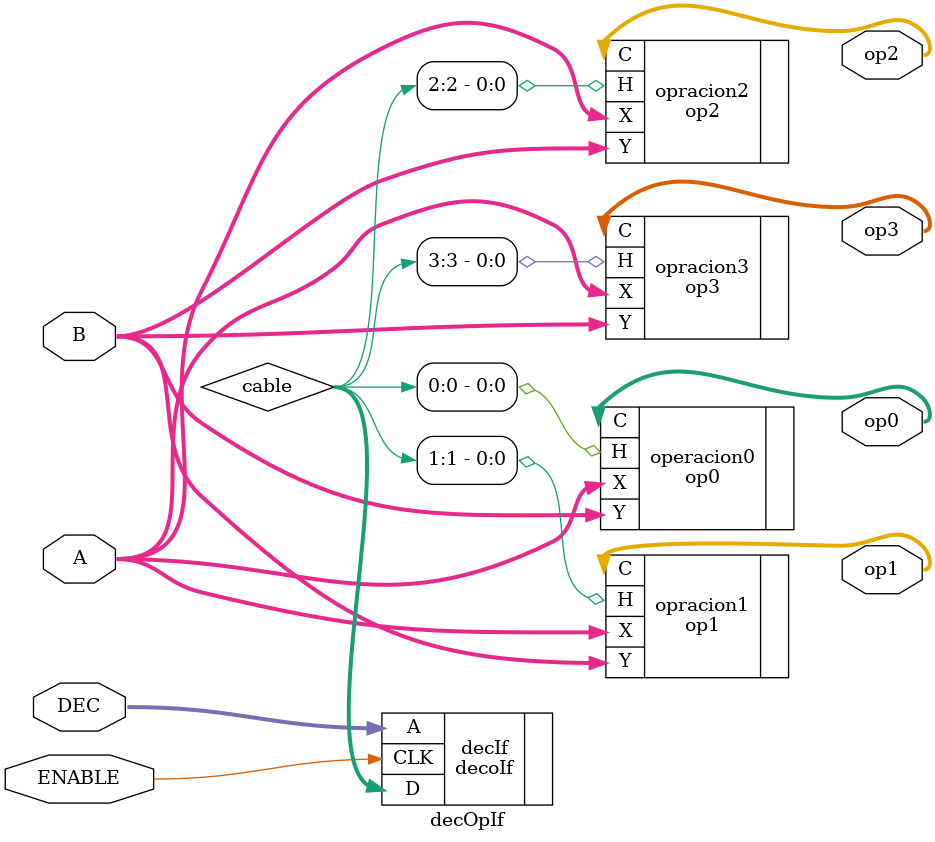
<source format=v>
`timescale 1ns / 1ps


module decOpIf(
//I/O
    input [3:0] A,B,
    input [1:0] DEC,
    input ENABLE,
    output [7:0] op0,op1,op2,op3
    );
    
    wire [3:0] cable;
    
    decoIf decIf(
        .A(DEC), .CLK(ENABLE),
        .D(cable)
    );
    
    op0 operacion0(
        .X(A), .Y(B), .H(cable[0]),
        .C(op0) 
        );
        
    op1 opracion1(
        .X(A), .Y(B), .H(cable[1]),
        .C(op1) 
        );
        
    op2 opracion2(
        .X(A), .Y(B), .H(cable[2]),
        .C(op2) 
        );
        
    op3 opracion3(
        .X(A), .Y(B), .H(cable[3]),
        .C(op3) 
        );
        
    
endmodule

</source>
